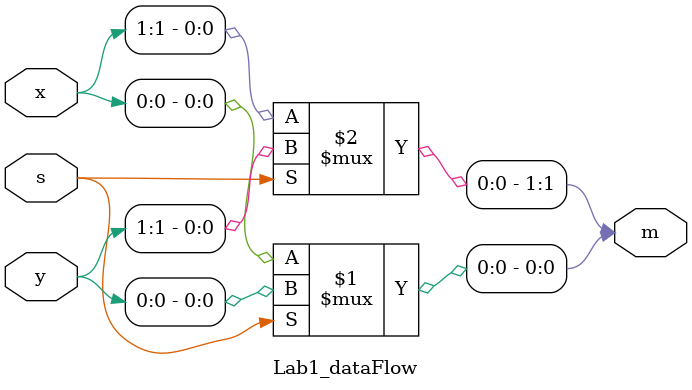
<source format=v>
`timescale 1ns / 1ps


module Lab1_dataFlow(x, y, s, m);
    output [1:0] m;
    input [1:0] x, y; 
    input s;
    wire notA[1:0], notB[1:0], notS;
    
    // The '?' means output Y will equal B if line S is true, or equal A if line S is false
    assign #3 m[0] = (s) ? y[0]: x[0];
    assign #3 m[1] = (s) ? y[1]: x[1];

endmodule

</source>
